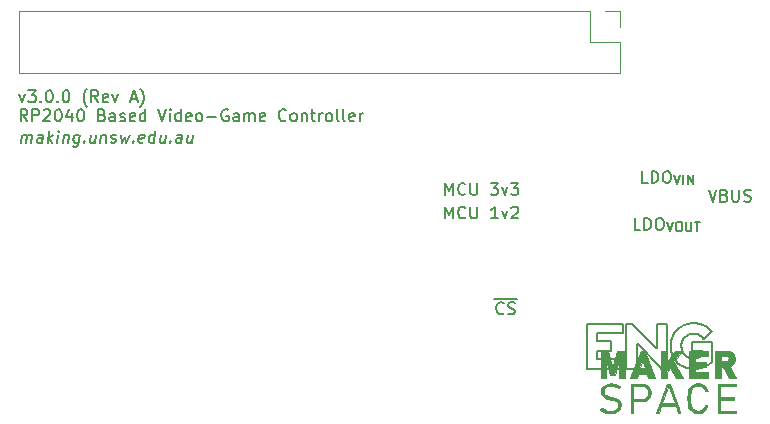
<source format=gbr>
%TF.GenerationSoftware,KiCad,Pcbnew,(6.0.7)*%
%TF.CreationDate,2022-09-06T16:20:22+10:00*%
%TF.ProjectId,SolderingInduction,536f6c64-6572-4696-9e67-496e64756374,3.0.0*%
%TF.SameCoordinates,PX7735940PY47868c0*%
%TF.FileFunction,Legend,Top*%
%TF.FilePolarity,Positive*%
%FSLAX46Y46*%
G04 Gerber Fmt 4.6, Leading zero omitted, Abs format (unit mm)*
G04 Created by KiCad (PCBNEW (6.0.7)) date 2022-09-06 16:20:22*
%MOMM*%
%LPD*%
G01*
G04 APERTURE LIST*
%ADD10C,0.150000*%
%ADD11C,0.120000*%
%ADD12C,0.200000*%
G04 APERTURE END LIST*
D10*
X-31508453Y7472620D02*
X-31425120Y8139286D01*
X-31437024Y8044048D02*
X-31383453Y8091667D01*
X-31282262Y8139286D01*
X-31139405Y8139286D01*
X-31050120Y8091667D01*
X-31014405Y7996429D01*
X-31079881Y7472620D01*
X-31014405Y7996429D02*
X-30954881Y8091667D01*
X-30853691Y8139286D01*
X-30710834Y8139286D01*
X-30621548Y8091667D01*
X-30585834Y7996429D01*
X-30651310Y7472620D01*
X-29746548Y7472620D02*
X-29681072Y7996429D01*
X-29716786Y8091667D01*
X-29806072Y8139286D01*
X-29996548Y8139286D01*
X-30097739Y8091667D01*
X-29740596Y7520239D02*
X-29841786Y7472620D01*
X-30079881Y7472620D01*
X-30169167Y7520239D01*
X-30204881Y7615477D01*
X-30192977Y7710715D01*
X-30133453Y7805953D01*
X-30032262Y7853572D01*
X-29794167Y7853572D01*
X-29692977Y7901191D01*
X-29270358Y7472620D02*
X-29145358Y8472620D01*
X-29127500Y7853572D02*
X-28889405Y7472620D01*
X-28806072Y8139286D02*
X-29234643Y7758334D01*
X-28460834Y7472620D02*
X-28377500Y8139286D01*
X-28335834Y8472620D02*
X-28389405Y8425000D01*
X-28347739Y8377381D01*
X-28294167Y8425000D01*
X-28335834Y8472620D01*
X-28347739Y8377381D01*
X-27901310Y8139286D02*
X-27984643Y7472620D01*
X-27913215Y8044048D02*
X-27859643Y8091667D01*
X-27758453Y8139286D01*
X-27615596Y8139286D01*
X-27526310Y8091667D01*
X-27490596Y7996429D01*
X-27556072Y7472620D01*
X-26567977Y8139286D02*
X-26669167Y7329762D01*
X-26728691Y7234524D01*
X-26782262Y7186905D01*
X-26883453Y7139286D01*
X-27026310Y7139286D01*
X-27115596Y7186905D01*
X-26645358Y7520239D02*
X-26746548Y7472620D01*
X-26937024Y7472620D01*
X-27026310Y7520239D01*
X-27067977Y7567858D01*
X-27103691Y7663096D01*
X-27067977Y7948810D01*
X-27008453Y8044048D01*
X-26954881Y8091667D01*
X-26853691Y8139286D01*
X-26663215Y8139286D01*
X-26573929Y8091667D01*
X-26163215Y7567858D02*
X-26121548Y7520239D01*
X-26175120Y7472620D01*
X-26216786Y7520239D01*
X-26163215Y7567858D01*
X-26175120Y7472620D01*
X-25187024Y8139286D02*
X-25270358Y7472620D01*
X-25615596Y8139286D02*
X-25681072Y7615477D01*
X-25645358Y7520239D01*
X-25556072Y7472620D01*
X-25413215Y7472620D01*
X-25312024Y7520239D01*
X-25258453Y7567858D01*
X-24710834Y8139286D02*
X-24794167Y7472620D01*
X-24722739Y8044048D02*
X-24669167Y8091667D01*
X-24567977Y8139286D01*
X-24425120Y8139286D01*
X-24335834Y8091667D01*
X-24300120Y7996429D01*
X-24365596Y7472620D01*
X-23931072Y7520239D02*
X-23841786Y7472620D01*
X-23651310Y7472620D01*
X-23550120Y7520239D01*
X-23490596Y7615477D01*
X-23484643Y7663096D01*
X-23520358Y7758334D01*
X-23609643Y7805953D01*
X-23752500Y7805953D01*
X-23841786Y7853572D01*
X-23877500Y7948810D01*
X-23871548Y7996429D01*
X-23812024Y8091667D01*
X-23710834Y8139286D01*
X-23567977Y8139286D01*
X-23478691Y8091667D01*
X-23091786Y8139286D02*
X-22984643Y7472620D01*
X-22734643Y7948810D01*
X-22603691Y7472620D01*
X-22329881Y8139286D01*
X-22020358Y7567858D02*
X-21978691Y7520239D01*
X-22032262Y7472620D01*
X-22073929Y7520239D01*
X-22020358Y7567858D01*
X-22032262Y7472620D01*
X-21169167Y7520239D02*
X-21270358Y7472620D01*
X-21460834Y7472620D01*
X-21550120Y7520239D01*
X-21585834Y7615477D01*
X-21538215Y7996429D01*
X-21478691Y8091667D01*
X-21377500Y8139286D01*
X-21187024Y8139286D01*
X-21097739Y8091667D01*
X-21062024Y7996429D01*
X-21073929Y7901191D01*
X-21562024Y7805953D01*
X-20270358Y7472620D02*
X-20145358Y8472620D01*
X-20264405Y7520239D02*
X-20365596Y7472620D01*
X-20556072Y7472620D01*
X-20645358Y7520239D01*
X-20687024Y7567858D01*
X-20722739Y7663096D01*
X-20687024Y7948810D01*
X-20627500Y8044048D01*
X-20573929Y8091667D01*
X-20472739Y8139286D01*
X-20282262Y8139286D01*
X-20192977Y8091667D01*
X-19282262Y8139286D02*
X-19365596Y7472620D01*
X-19710834Y8139286D02*
X-19776310Y7615477D01*
X-19740596Y7520239D01*
X-19651310Y7472620D01*
X-19508453Y7472620D01*
X-19407262Y7520239D01*
X-19353691Y7567858D01*
X-18877500Y7567858D02*
X-18835834Y7520239D01*
X-18889405Y7472620D01*
X-18931072Y7520239D01*
X-18877500Y7567858D01*
X-18889405Y7472620D01*
X-17984643Y7472620D02*
X-17919167Y7996429D01*
X-17954881Y8091667D01*
X-18044167Y8139286D01*
X-18234643Y8139286D01*
X-18335834Y8091667D01*
X-17978691Y7520239D02*
X-18079881Y7472620D01*
X-18317977Y7472620D01*
X-18407262Y7520239D01*
X-18442977Y7615477D01*
X-18431072Y7710715D01*
X-18371548Y7805953D01*
X-18270358Y7853572D01*
X-18032262Y7853572D01*
X-17931072Y7901191D01*
X-16996548Y8139286D02*
X-17079881Y7472620D01*
X-17425120Y8139286D02*
X-17490596Y7615477D01*
X-17454881Y7520239D01*
X-17365596Y7472620D01*
X-17222739Y7472620D01*
X-17121548Y7520239D01*
X-17067977Y7567858D01*
X-31659643Y11569286D02*
X-31421548Y10902620D01*
X-31183453Y11569286D01*
X-30897739Y11902620D02*
X-30278691Y11902620D01*
X-30612024Y11521667D01*
X-30469167Y11521667D01*
X-30373929Y11474048D01*
X-30326310Y11426429D01*
X-30278691Y11331191D01*
X-30278691Y11093096D01*
X-30326310Y10997858D01*
X-30373929Y10950239D01*
X-30469167Y10902620D01*
X-30754881Y10902620D01*
X-30850120Y10950239D01*
X-30897739Y10997858D01*
X-29850120Y10997858D02*
X-29802500Y10950239D01*
X-29850120Y10902620D01*
X-29897739Y10950239D01*
X-29850120Y10997858D01*
X-29850120Y10902620D01*
X-29183453Y11902620D02*
X-29088215Y11902620D01*
X-28992977Y11855000D01*
X-28945358Y11807381D01*
X-28897739Y11712143D01*
X-28850120Y11521667D01*
X-28850120Y11283572D01*
X-28897739Y11093096D01*
X-28945358Y10997858D01*
X-28992977Y10950239D01*
X-29088215Y10902620D01*
X-29183453Y10902620D01*
X-29278691Y10950239D01*
X-29326310Y10997858D01*
X-29373929Y11093096D01*
X-29421548Y11283572D01*
X-29421548Y11521667D01*
X-29373929Y11712143D01*
X-29326310Y11807381D01*
X-29278691Y11855000D01*
X-29183453Y11902620D01*
X-28421548Y10997858D02*
X-28373929Y10950239D01*
X-28421548Y10902620D01*
X-28469167Y10950239D01*
X-28421548Y10997858D01*
X-28421548Y10902620D01*
X-27754881Y11902620D02*
X-27659643Y11902620D01*
X-27564405Y11855000D01*
X-27516786Y11807381D01*
X-27469167Y11712143D01*
X-27421548Y11521667D01*
X-27421548Y11283572D01*
X-27469167Y11093096D01*
X-27516786Y10997858D01*
X-27564405Y10950239D01*
X-27659643Y10902620D01*
X-27754881Y10902620D01*
X-27850120Y10950239D01*
X-27897739Y10997858D01*
X-27945358Y11093096D01*
X-27992977Y11283572D01*
X-27992977Y11521667D01*
X-27945358Y11712143D01*
X-27897739Y11807381D01*
X-27850120Y11855000D01*
X-27754881Y11902620D01*
X-25945358Y10521667D02*
X-25992977Y10569286D01*
X-26088215Y10712143D01*
X-26135834Y10807381D01*
X-26183453Y10950239D01*
X-26231072Y11188334D01*
X-26231072Y11378810D01*
X-26183453Y11616905D01*
X-26135834Y11759762D01*
X-26088215Y11855000D01*
X-25992977Y11997858D01*
X-25945358Y12045477D01*
X-24992977Y10902620D02*
X-25326310Y11378810D01*
X-25564405Y10902620D02*
X-25564405Y11902620D01*
X-25183453Y11902620D01*
X-25088215Y11855000D01*
X-25040596Y11807381D01*
X-24992977Y11712143D01*
X-24992977Y11569286D01*
X-25040596Y11474048D01*
X-25088215Y11426429D01*
X-25183453Y11378810D01*
X-25564405Y11378810D01*
X-24183453Y10950239D02*
X-24278691Y10902620D01*
X-24469167Y10902620D01*
X-24564405Y10950239D01*
X-24612024Y11045477D01*
X-24612024Y11426429D01*
X-24564405Y11521667D01*
X-24469167Y11569286D01*
X-24278691Y11569286D01*
X-24183453Y11521667D01*
X-24135834Y11426429D01*
X-24135834Y11331191D01*
X-24612024Y11235953D01*
X-23802500Y11569286D02*
X-23564405Y10902620D01*
X-23326310Y11569286D01*
X-22231072Y11188334D02*
X-21754881Y11188334D01*
X-22326310Y10902620D02*
X-21992977Y11902620D01*
X-21659643Y10902620D01*
X-21421548Y10521667D02*
X-21373929Y10569286D01*
X-21278691Y10712143D01*
X-21231072Y10807381D01*
X-21183453Y10950239D01*
X-21135834Y11188334D01*
X-21135834Y11378810D01*
X-21183453Y11616905D01*
X-21231072Y11759762D01*
X-21278691Y11855000D01*
X-21373929Y11997858D01*
X-21421548Y12045477D01*
X-30992977Y9292620D02*
X-31326310Y9768810D01*
X-31564405Y9292620D02*
X-31564405Y10292620D01*
X-31183453Y10292620D01*
X-31088215Y10245000D01*
X-31040596Y10197381D01*
X-30992977Y10102143D01*
X-30992977Y9959286D01*
X-31040596Y9864048D01*
X-31088215Y9816429D01*
X-31183453Y9768810D01*
X-31564405Y9768810D01*
X-30564405Y9292620D02*
X-30564405Y10292620D01*
X-30183453Y10292620D01*
X-30088215Y10245000D01*
X-30040596Y10197381D01*
X-29992977Y10102143D01*
X-29992977Y9959286D01*
X-30040596Y9864048D01*
X-30088215Y9816429D01*
X-30183453Y9768810D01*
X-30564405Y9768810D01*
X-29612024Y10197381D02*
X-29564405Y10245000D01*
X-29469167Y10292620D01*
X-29231072Y10292620D01*
X-29135834Y10245000D01*
X-29088215Y10197381D01*
X-29040596Y10102143D01*
X-29040596Y10006905D01*
X-29088215Y9864048D01*
X-29659643Y9292620D01*
X-29040596Y9292620D01*
X-28421548Y10292620D02*
X-28326310Y10292620D01*
X-28231072Y10245000D01*
X-28183453Y10197381D01*
X-28135834Y10102143D01*
X-28088215Y9911667D01*
X-28088215Y9673572D01*
X-28135834Y9483096D01*
X-28183453Y9387858D01*
X-28231072Y9340239D01*
X-28326310Y9292620D01*
X-28421548Y9292620D01*
X-28516786Y9340239D01*
X-28564405Y9387858D01*
X-28612024Y9483096D01*
X-28659643Y9673572D01*
X-28659643Y9911667D01*
X-28612024Y10102143D01*
X-28564405Y10197381D01*
X-28516786Y10245000D01*
X-28421548Y10292620D01*
X-27231072Y9959286D02*
X-27231072Y9292620D01*
X-27469167Y10340239D02*
X-27707262Y9625953D01*
X-27088215Y9625953D01*
X-26516786Y10292620D02*
X-26421548Y10292620D01*
X-26326310Y10245000D01*
X-26278691Y10197381D01*
X-26231072Y10102143D01*
X-26183453Y9911667D01*
X-26183453Y9673572D01*
X-26231072Y9483096D01*
X-26278691Y9387858D01*
X-26326310Y9340239D01*
X-26421548Y9292620D01*
X-26516786Y9292620D01*
X-26612024Y9340239D01*
X-26659643Y9387858D01*
X-26707262Y9483096D01*
X-26754881Y9673572D01*
X-26754881Y9911667D01*
X-26707262Y10102143D01*
X-26659643Y10197381D01*
X-26612024Y10245000D01*
X-26516786Y10292620D01*
X-24659643Y9816429D02*
X-24516786Y9768810D01*
X-24469167Y9721191D01*
X-24421548Y9625953D01*
X-24421548Y9483096D01*
X-24469167Y9387858D01*
X-24516786Y9340239D01*
X-24612024Y9292620D01*
X-24992977Y9292620D01*
X-24992977Y10292620D01*
X-24659643Y10292620D01*
X-24564405Y10245000D01*
X-24516786Y10197381D01*
X-24469167Y10102143D01*
X-24469167Y10006905D01*
X-24516786Y9911667D01*
X-24564405Y9864048D01*
X-24659643Y9816429D01*
X-24992977Y9816429D01*
X-23564405Y9292620D02*
X-23564405Y9816429D01*
X-23612024Y9911667D01*
X-23707262Y9959286D01*
X-23897739Y9959286D01*
X-23992977Y9911667D01*
X-23564405Y9340239D02*
X-23659643Y9292620D01*
X-23897739Y9292620D01*
X-23992977Y9340239D01*
X-24040596Y9435477D01*
X-24040596Y9530715D01*
X-23992977Y9625953D01*
X-23897739Y9673572D01*
X-23659643Y9673572D01*
X-23564405Y9721191D01*
X-23135834Y9340239D02*
X-23040596Y9292620D01*
X-22850120Y9292620D01*
X-22754881Y9340239D01*
X-22707262Y9435477D01*
X-22707262Y9483096D01*
X-22754881Y9578334D01*
X-22850120Y9625953D01*
X-22992977Y9625953D01*
X-23088215Y9673572D01*
X-23135834Y9768810D01*
X-23135834Y9816429D01*
X-23088215Y9911667D01*
X-22992977Y9959286D01*
X-22850120Y9959286D01*
X-22754881Y9911667D01*
X-21897739Y9340239D02*
X-21992977Y9292620D01*
X-22183453Y9292620D01*
X-22278691Y9340239D01*
X-22326310Y9435477D01*
X-22326310Y9816429D01*
X-22278691Y9911667D01*
X-22183453Y9959286D01*
X-21992977Y9959286D01*
X-21897739Y9911667D01*
X-21850120Y9816429D01*
X-21850120Y9721191D01*
X-22326310Y9625953D01*
X-20992977Y9292620D02*
X-20992977Y10292620D01*
X-20992977Y9340239D02*
X-21088215Y9292620D01*
X-21278691Y9292620D01*
X-21373929Y9340239D01*
X-21421548Y9387858D01*
X-21469167Y9483096D01*
X-21469167Y9768810D01*
X-21421548Y9864048D01*
X-21373929Y9911667D01*
X-21278691Y9959286D01*
X-21088215Y9959286D01*
X-20992977Y9911667D01*
X-19897739Y10292620D02*
X-19564405Y9292620D01*
X-19231072Y10292620D01*
X-18897739Y9292620D02*
X-18897739Y9959286D01*
X-18897739Y10292620D02*
X-18945358Y10245000D01*
X-18897739Y10197381D01*
X-18850120Y10245000D01*
X-18897739Y10292620D01*
X-18897739Y10197381D01*
X-17992977Y9292620D02*
X-17992977Y10292620D01*
X-17992977Y9340239D02*
X-18088215Y9292620D01*
X-18278691Y9292620D01*
X-18373929Y9340239D01*
X-18421548Y9387858D01*
X-18469167Y9483096D01*
X-18469167Y9768810D01*
X-18421548Y9864048D01*
X-18373929Y9911667D01*
X-18278691Y9959286D01*
X-18088215Y9959286D01*
X-17992977Y9911667D01*
X-17135834Y9340239D02*
X-17231072Y9292620D01*
X-17421548Y9292620D01*
X-17516786Y9340239D01*
X-17564405Y9435477D01*
X-17564405Y9816429D01*
X-17516786Y9911667D01*
X-17421548Y9959286D01*
X-17231072Y9959286D01*
X-17135834Y9911667D01*
X-17088215Y9816429D01*
X-17088215Y9721191D01*
X-17564405Y9625953D01*
X-16516786Y9292620D02*
X-16612024Y9340239D01*
X-16659643Y9387858D01*
X-16707262Y9483096D01*
X-16707262Y9768810D01*
X-16659643Y9864048D01*
X-16612024Y9911667D01*
X-16516786Y9959286D01*
X-16373929Y9959286D01*
X-16278691Y9911667D01*
X-16231072Y9864048D01*
X-16183453Y9768810D01*
X-16183453Y9483096D01*
X-16231072Y9387858D01*
X-16278691Y9340239D01*
X-16373929Y9292620D01*
X-16516786Y9292620D01*
X-15754881Y9673572D02*
X-14992977Y9673572D01*
X-13992977Y10245000D02*
X-14088215Y10292620D01*
X-14231072Y10292620D01*
X-14373929Y10245000D01*
X-14469167Y10149762D01*
X-14516786Y10054524D01*
X-14564405Y9864048D01*
X-14564405Y9721191D01*
X-14516786Y9530715D01*
X-14469167Y9435477D01*
X-14373929Y9340239D01*
X-14231072Y9292620D01*
X-14135834Y9292620D01*
X-13992977Y9340239D01*
X-13945358Y9387858D01*
X-13945358Y9721191D01*
X-14135834Y9721191D01*
X-13088215Y9292620D02*
X-13088215Y9816429D01*
X-13135834Y9911667D01*
X-13231072Y9959286D01*
X-13421548Y9959286D01*
X-13516786Y9911667D01*
X-13088215Y9340239D02*
X-13183453Y9292620D01*
X-13421548Y9292620D01*
X-13516786Y9340239D01*
X-13564405Y9435477D01*
X-13564405Y9530715D01*
X-13516786Y9625953D01*
X-13421548Y9673572D01*
X-13183453Y9673572D01*
X-13088215Y9721191D01*
X-12612024Y9292620D02*
X-12612024Y9959286D01*
X-12612024Y9864048D02*
X-12564405Y9911667D01*
X-12469167Y9959286D01*
X-12326310Y9959286D01*
X-12231072Y9911667D01*
X-12183453Y9816429D01*
X-12183453Y9292620D01*
X-12183453Y9816429D02*
X-12135834Y9911667D01*
X-12040596Y9959286D01*
X-11897739Y9959286D01*
X-11802500Y9911667D01*
X-11754881Y9816429D01*
X-11754881Y9292620D01*
X-10897739Y9340239D02*
X-10992977Y9292620D01*
X-11183453Y9292620D01*
X-11278691Y9340239D01*
X-11326310Y9435477D01*
X-11326310Y9816429D01*
X-11278691Y9911667D01*
X-11183453Y9959286D01*
X-10992977Y9959286D01*
X-10897739Y9911667D01*
X-10850120Y9816429D01*
X-10850120Y9721191D01*
X-11326310Y9625953D01*
X-9088215Y9387858D02*
X-9135834Y9340239D01*
X-9278691Y9292620D01*
X-9373929Y9292620D01*
X-9516786Y9340239D01*
X-9612024Y9435477D01*
X-9659643Y9530715D01*
X-9707262Y9721191D01*
X-9707262Y9864048D01*
X-9659643Y10054524D01*
X-9612024Y10149762D01*
X-9516786Y10245000D01*
X-9373929Y10292620D01*
X-9278691Y10292620D01*
X-9135834Y10245000D01*
X-9088215Y10197381D01*
X-8516786Y9292620D02*
X-8612024Y9340239D01*
X-8659643Y9387858D01*
X-8707262Y9483096D01*
X-8707262Y9768810D01*
X-8659643Y9864048D01*
X-8612024Y9911667D01*
X-8516786Y9959286D01*
X-8373929Y9959286D01*
X-8278691Y9911667D01*
X-8231072Y9864048D01*
X-8183453Y9768810D01*
X-8183453Y9483096D01*
X-8231072Y9387858D01*
X-8278691Y9340239D01*
X-8373929Y9292620D01*
X-8516786Y9292620D01*
X-7754881Y9959286D02*
X-7754881Y9292620D01*
X-7754881Y9864048D02*
X-7707262Y9911667D01*
X-7612024Y9959286D01*
X-7469167Y9959286D01*
X-7373929Y9911667D01*
X-7326310Y9816429D01*
X-7326310Y9292620D01*
X-6992977Y9959286D02*
X-6612024Y9959286D01*
X-6850120Y10292620D02*
X-6850120Y9435477D01*
X-6802500Y9340239D01*
X-6707262Y9292620D01*
X-6612024Y9292620D01*
X-6278691Y9292620D02*
X-6278691Y9959286D01*
X-6278691Y9768810D02*
X-6231072Y9864048D01*
X-6183453Y9911667D01*
X-6088215Y9959286D01*
X-5992977Y9959286D01*
X-5516786Y9292620D02*
X-5612024Y9340239D01*
X-5659643Y9387858D01*
X-5707262Y9483096D01*
X-5707262Y9768810D01*
X-5659643Y9864048D01*
X-5612024Y9911667D01*
X-5516786Y9959286D01*
X-5373929Y9959286D01*
X-5278691Y9911667D01*
X-5231072Y9864048D01*
X-5183453Y9768810D01*
X-5183453Y9483096D01*
X-5231072Y9387858D01*
X-5278691Y9340239D01*
X-5373929Y9292620D01*
X-5516786Y9292620D01*
X-4612024Y9292620D02*
X-4707262Y9340239D01*
X-4754881Y9435477D01*
X-4754881Y10292620D01*
X-4088215Y9292620D02*
X-4183453Y9340239D01*
X-4231072Y9435477D01*
X-4231072Y10292620D01*
X-3326310Y9340239D02*
X-3421548Y9292620D01*
X-3612024Y9292620D01*
X-3707262Y9340239D01*
X-3754881Y9435477D01*
X-3754881Y9816429D01*
X-3707262Y9911667D01*
X-3612024Y9959286D01*
X-3421548Y9959286D01*
X-3326310Y9911667D01*
X-3278691Y9816429D01*
X-3278691Y9721191D01*
X-3754881Y9625953D01*
X-2850120Y9292620D02*
X-2850120Y9959286D01*
X-2850120Y9768810D02*
X-2802501Y9864048D01*
X-2754881Y9911667D01*
X-2659643Y9959286D01*
X-2564405Y9959286D01*
%TO.C,TP2*%
X4378571Y1047620D02*
X4378571Y2047620D01*
X4711904Y1333334D01*
X5045238Y2047620D01*
X5045238Y1047620D01*
X6092857Y1142858D02*
X6045238Y1095239D01*
X5902380Y1047620D01*
X5807142Y1047620D01*
X5664285Y1095239D01*
X5569047Y1190477D01*
X5521428Y1285715D01*
X5473809Y1476191D01*
X5473809Y1619048D01*
X5521428Y1809524D01*
X5569047Y1904762D01*
X5664285Y2000000D01*
X5807142Y2047620D01*
X5902380Y2047620D01*
X6045238Y2000000D01*
X6092857Y1952381D01*
X6521428Y2047620D02*
X6521428Y1238096D01*
X6569047Y1142858D01*
X6616666Y1095239D01*
X6711904Y1047620D01*
X6902380Y1047620D01*
X6997619Y1095239D01*
X7045238Y1142858D01*
X7092857Y1238096D01*
X7092857Y2047620D01*
X8854761Y1047620D02*
X8283333Y1047620D01*
X8569047Y1047620D02*
X8569047Y2047620D01*
X8473809Y1904762D01*
X8378571Y1809524D01*
X8283333Y1761905D01*
X9188095Y1714286D02*
X9426190Y1047620D01*
X9664285Y1714286D01*
X9997619Y1952381D02*
X10045238Y2000000D01*
X10140476Y2047620D01*
X10378571Y2047620D01*
X10473809Y2000000D01*
X10521428Y1952381D01*
X10569047Y1857143D01*
X10569047Y1761905D01*
X10521428Y1619048D01*
X9950000Y1047620D01*
X10569047Y1047620D01*
%TO.C,TP10*%
X21533333Y4047620D02*
X21057142Y4047620D01*
X21057142Y5047620D01*
X21866666Y4047620D02*
X21866666Y5047620D01*
X22104761Y5047620D01*
X22247619Y5000000D01*
X22342857Y4904762D01*
X22390476Y4809524D01*
X22438095Y4619048D01*
X22438095Y4476191D01*
X22390476Y4285715D01*
X22342857Y4190477D01*
X22247619Y4095239D01*
X22104761Y4047620D01*
X21866666Y4047620D01*
X23057142Y5047620D02*
X23247619Y5047620D01*
X23342857Y5000000D01*
X23438095Y4904762D01*
X23485714Y4714286D01*
X23485714Y4380953D01*
X23438095Y4190477D01*
X23342857Y4095239D01*
X23247619Y4047620D01*
X23057142Y4047620D01*
X22961904Y4095239D01*
X22866666Y4190477D01*
X22819047Y4380953D01*
X22819047Y4714286D01*
X22866666Y4904762D01*
X22961904Y5000000D01*
X23057142Y5047620D01*
X23752380Y4738096D02*
X24019047Y3938096D01*
X24285714Y4738096D01*
X24552380Y3938096D02*
X24552380Y4738096D01*
X24933333Y3938096D02*
X24933333Y4738096D01*
X25390476Y3938096D01*
X25390476Y4738096D01*
%TO.C,TP9*%
X20925000Y72620D02*
X20448809Y72620D01*
X20448809Y1072620D01*
X21258333Y72620D02*
X21258333Y1072620D01*
X21496428Y1072620D01*
X21639285Y1025000D01*
X21734523Y929762D01*
X21782142Y834524D01*
X21829761Y644048D01*
X21829761Y501191D01*
X21782142Y310715D01*
X21734523Y215477D01*
X21639285Y120239D01*
X21496428Y72620D01*
X21258333Y72620D01*
X22448809Y1072620D02*
X22639285Y1072620D01*
X22734523Y1025000D01*
X22829761Y929762D01*
X22877380Y739286D01*
X22877380Y405953D01*
X22829761Y215477D01*
X22734523Y120239D01*
X22639285Y72620D01*
X22448809Y72620D01*
X22353571Y120239D01*
X22258333Y215477D01*
X22210714Y405953D01*
X22210714Y739286D01*
X22258333Y929762D01*
X22353571Y1025000D01*
X22448809Y1072620D01*
X23144047Y763096D02*
X23410714Y-36904D01*
X23677380Y763096D01*
X24096428Y763096D02*
X24248809Y763096D01*
X24325000Y725000D01*
X24401190Y648810D01*
X24439285Y496429D01*
X24439285Y229762D01*
X24401190Y77381D01*
X24325000Y1191D01*
X24248809Y-36904D01*
X24096428Y-36904D01*
X24020238Y1191D01*
X23944047Y77381D01*
X23905952Y229762D01*
X23905952Y496429D01*
X23944047Y648810D01*
X24020238Y725000D01*
X24096428Y763096D01*
X24782142Y763096D02*
X24782142Y115477D01*
X24820238Y39286D01*
X24858333Y1191D01*
X24934523Y-36904D01*
X25086904Y-36904D01*
X25163095Y1191D01*
X25201190Y39286D01*
X25239285Y115477D01*
X25239285Y763096D01*
X25505952Y763096D02*
X25963095Y763096D01*
X25734523Y-36904D02*
X25734523Y763096D01*
%TO.C,TP1*%
X4378571Y3047620D02*
X4378571Y4047620D01*
X4711904Y3333334D01*
X5045238Y4047620D01*
X5045238Y3047620D01*
X6092857Y3142858D02*
X6045238Y3095239D01*
X5902380Y3047620D01*
X5807142Y3047620D01*
X5664285Y3095239D01*
X5569047Y3190477D01*
X5521428Y3285715D01*
X5473809Y3476191D01*
X5473809Y3619048D01*
X5521428Y3809524D01*
X5569047Y3904762D01*
X5664285Y4000000D01*
X5807142Y4047620D01*
X5902380Y4047620D01*
X6045238Y4000000D01*
X6092857Y3952381D01*
X6521428Y4047620D02*
X6521428Y3238096D01*
X6569047Y3142858D01*
X6616666Y3095239D01*
X6711904Y3047620D01*
X6902380Y3047620D01*
X6997619Y3095239D01*
X7045238Y3142858D01*
X7092857Y3238096D01*
X7092857Y4047620D01*
X8235714Y4047620D02*
X8854761Y4047620D01*
X8521428Y3666667D01*
X8664285Y3666667D01*
X8759523Y3619048D01*
X8807142Y3571429D01*
X8854761Y3476191D01*
X8854761Y3238096D01*
X8807142Y3142858D01*
X8759523Y3095239D01*
X8664285Y3047620D01*
X8378571Y3047620D01*
X8283333Y3095239D01*
X8235714Y3142858D01*
X9188095Y3714286D02*
X9426190Y3047620D01*
X9664285Y3714286D01*
X9950000Y4047620D02*
X10569047Y4047620D01*
X10235714Y3666667D01*
X10378571Y3666667D01*
X10473809Y3619048D01*
X10521428Y3571429D01*
X10569047Y3476191D01*
X10569047Y3238096D01*
X10521428Y3142858D01*
X10473809Y3095239D01*
X10378571Y3047620D01*
X10092857Y3047620D01*
X9997619Y3095239D01*
X9950000Y3142858D01*
%TO.C,TP8*%
X26691666Y3472620D02*
X27025000Y2472620D01*
X27358333Y3472620D01*
X28025000Y2996429D02*
X28167857Y2948810D01*
X28215476Y2901191D01*
X28263095Y2805953D01*
X28263095Y2663096D01*
X28215476Y2567858D01*
X28167857Y2520239D01*
X28072619Y2472620D01*
X27691666Y2472620D01*
X27691666Y3472620D01*
X28025000Y3472620D01*
X28120238Y3425000D01*
X28167857Y3377381D01*
X28215476Y3282143D01*
X28215476Y3186905D01*
X28167857Y3091667D01*
X28120238Y3044048D01*
X28025000Y2996429D01*
X27691666Y2996429D01*
X28691666Y3472620D02*
X28691666Y2663096D01*
X28739285Y2567858D01*
X28786904Y2520239D01*
X28882142Y2472620D01*
X29072619Y2472620D01*
X29167857Y2520239D01*
X29215476Y2567858D01*
X29263095Y2663096D01*
X29263095Y3472620D01*
X29691666Y2520239D02*
X29834523Y2472620D01*
X30072619Y2472620D01*
X30167857Y2520239D01*
X30215476Y2567858D01*
X30263095Y2663096D01*
X30263095Y2758334D01*
X30215476Y2853572D01*
X30167857Y2901191D01*
X30072619Y2948810D01*
X29882142Y2996429D01*
X29786904Y3044048D01*
X29739285Y3091667D01*
X29691666Y3186905D01*
X29691666Y3282143D01*
X29739285Y3377381D01*
X29786904Y3425000D01*
X29882142Y3472620D01*
X30120238Y3472620D01*
X30263095Y3425000D01*
%TO.C,TP12*%
X8523809Y-5770000D02*
X9523809Y-5770000D01*
X9333333Y-6957142D02*
X9285714Y-7004761D01*
X9142857Y-7052380D01*
X9047619Y-7052380D01*
X8904761Y-7004761D01*
X8809523Y-6909523D01*
X8761904Y-6814285D01*
X8714285Y-6623809D01*
X8714285Y-6480952D01*
X8761904Y-6290476D01*
X8809523Y-6195238D01*
X8904761Y-6100000D01*
X9047619Y-6052380D01*
X9142857Y-6052380D01*
X9285714Y-6100000D01*
X9333333Y-6147619D01*
X9523809Y-5770000D02*
X10476190Y-5770000D01*
X9714285Y-7004761D02*
X9857142Y-7052380D01*
X10095238Y-7052380D01*
X10190476Y-7004761D01*
X10238095Y-6957142D01*
X10285714Y-6861904D01*
X10285714Y-6766666D01*
X10238095Y-6671428D01*
X10190476Y-6623809D01*
X10095238Y-6576190D01*
X9904761Y-6528571D01*
X9809523Y-6480952D01*
X9761904Y-6433333D01*
X9714285Y-6338095D01*
X9714285Y-6242857D01*
X9761904Y-6147619D01*
X9809523Y-6100000D01*
X9904761Y-6052380D01*
X10142857Y-6052380D01*
X10285714Y-6100000D01*
D11*
%TO.C,J3*%
X19230000Y13405000D02*
X-31690000Y13405000D01*
X16630000Y18605000D02*
X-31690000Y18605000D01*
X19230000Y16005000D02*
X19230000Y13405000D01*
X-31690000Y18605000D02*
X-31690000Y13405000D01*
X16630000Y18605000D02*
X16630000Y16005000D01*
X17900000Y18605000D02*
X19230000Y18605000D01*
X16630000Y16005000D02*
X19230000Y16005000D01*
X19230000Y18605000D02*
X19230000Y17275000D01*
%TO.C,REF\u002A\u002A*%
X28320017Y-10658011D02*
X28353350Y-10712181D01*
X28378350Y-10808011D01*
X28370017Y-10933011D01*
X28332550Y-11016351D01*
X28286683Y-11053851D01*
X28240883Y-11062181D01*
X27728350Y-11062181D01*
X27728350Y-10633011D01*
X28282550Y-10633011D01*
X28320017Y-10658011D01*
D12*
X25569220Y-7832311D02*
X25685020Y-7842541D01*
X25800020Y-7859481D01*
X25913820Y-7883071D01*
X26026020Y-7913231D01*
X26136350Y-7949861D01*
X26244280Y-7992831D01*
X26349620Y-8042011D01*
X26451880Y-8097211D01*
X26550750Y-8158261D01*
X26645950Y-8224961D01*
X26737080Y-8297071D01*
X26823880Y-8374351D01*
X26906080Y-8456541D01*
X26945020Y-8499681D01*
X26261680Y-9149681D01*
X26237350Y-9115951D01*
X26184080Y-9052041D01*
X26126020Y-8992511D01*
X26063350Y-8937761D01*
X25996620Y-8888111D01*
X25926150Y-8843881D01*
X25852480Y-8805341D01*
X25775950Y-8772731D01*
X25697080Y-8746261D01*
X25616350Y-8726091D01*
X25534350Y-8712331D01*
X25451480Y-8705091D01*
X25368280Y-8704411D01*
X25285280Y-8710291D01*
X25203080Y-8722681D01*
X25122020Y-8741531D01*
X25042750Y-8766701D01*
X24965680Y-8798051D01*
X24928350Y-8816351D01*
X24892420Y-8834351D01*
X24823480Y-8875551D01*
X24758220Y-8922411D01*
X24697150Y-8974591D01*
X24640680Y-9031731D01*
X24589220Y-9093411D01*
X24543080Y-9159211D01*
X24502680Y-9228651D01*
X24468280Y-9301241D01*
X24440080Y-9376471D01*
X24418350Y-9453801D01*
X24403150Y-9532691D01*
X24394680Y-9612581D01*
X24392880Y-9692901D01*
X24395020Y-9733011D01*
X24393620Y-9773591D01*
X24396350Y-9854751D01*
X24405480Y-9935451D01*
X24420950Y-10015171D01*
X24442550Y-10093441D01*
X24470280Y-10169771D01*
X24503880Y-10243691D01*
X24543220Y-10314741D01*
X24588020Y-10382491D01*
X24637950Y-10446511D01*
X24692820Y-10506411D01*
X24752150Y-10561831D01*
X24815680Y-10612421D01*
X24882950Y-10657871D01*
X24953620Y-10697891D01*
X25027220Y-10732251D01*
X25103280Y-10760731D01*
X25181280Y-10783151D01*
X25260880Y-10799371D01*
X25341480Y-10809301D01*
X25422620Y-10812871D01*
X25503750Y-10810071D01*
X25584420Y-10800911D01*
X25664150Y-10785441D01*
X25742420Y-10763761D01*
X25818750Y-10736011D01*
X25892620Y-10702351D01*
X25928350Y-10683011D01*
X26111680Y-10599681D01*
X26245020Y-10149681D01*
X25311680Y-10149681D01*
X25311680Y-9383011D01*
X26995020Y-9383011D01*
X26995020Y-11049681D01*
X26951350Y-11092791D01*
X26859880Y-11174591D01*
X26763950Y-11251121D01*
X26663880Y-11322131D01*
X26559950Y-11387401D01*
X26452550Y-11446721D01*
X26341950Y-11499911D01*
X26228550Y-11546781D01*
X26112680Y-11587201D01*
X25994750Y-11621041D01*
X25875080Y-11648191D01*
X25754080Y-11668561D01*
X25632150Y-11682091D01*
X25509620Y-11688751D01*
X25386880Y-11688491D01*
X25264350Y-11681331D01*
X25142480Y-11667291D01*
X25021550Y-11646421D01*
X24961680Y-11633011D01*
X24908620Y-11622471D01*
X24803680Y-11595911D01*
X24700480Y-11563191D01*
X24599480Y-11524411D01*
X24500880Y-11479731D01*
X24405150Y-11429291D01*
X24312480Y-11373271D01*
X24223350Y-11311871D01*
X24138020Y-11245291D01*
X24056820Y-11173791D01*
X23979880Y-11097601D01*
X23907680Y-11017001D01*
X23840350Y-10932261D01*
X23778150Y-10843691D01*
X23721280Y-10751591D01*
X23670020Y-10656291D01*
X23624420Y-10558111D01*
X23584750Y-10457411D01*
X23551080Y-10354551D01*
X23523550Y-10249871D01*
X23502350Y-10143741D01*
X23487350Y-10036541D01*
X23478820Y-9928651D01*
X23476620Y-9820441D01*
X23478350Y-9766351D01*
X23476880Y-9709871D01*
X23479820Y-9596911D01*
X23489620Y-9484351D01*
X23506150Y-9372571D01*
X23529420Y-9262001D01*
X23559280Y-9153031D01*
X23595680Y-9046061D01*
X23638480Y-8941481D01*
X23687480Y-8839661D01*
X23742480Y-8740991D01*
X23803420Y-8645811D01*
X23869950Y-8554471D01*
X23941820Y-8467321D01*
X24018880Y-8384651D01*
X24100750Y-8306781D01*
X24187150Y-8233981D01*
X24277820Y-8166531D01*
X24372350Y-8104661D01*
X24470480Y-8048611D01*
X24571750Y-7998571D01*
X24675950Y-7954731D01*
X24782480Y-7917241D01*
X24891150Y-7886251D01*
X25001480Y-7861861D01*
X25113080Y-7844171D01*
X25225550Y-7833241D01*
X25338480Y-7829111D01*
X25394950Y-7830031D01*
X25453080Y-7828811D01*
X25569220Y-7832311D01*
G36*
X23161680Y-11049681D02*
G01*
X23228350Y-11049681D01*
X23811680Y-10133011D01*
X24428350Y-10133011D01*
X23778350Y-11116351D01*
X24545020Y-12449681D01*
X23945020Y-12449681D01*
X23461680Y-11599681D01*
X23411680Y-11599681D01*
X23161680Y-11933011D01*
X23161680Y-12449681D01*
X22645020Y-12449681D01*
X22645020Y-10133011D01*
X23161680Y-10133011D01*
X23161680Y-11049681D01*
G37*
D11*
X23161680Y-11049681D02*
X23228350Y-11049681D01*
X23811680Y-10133011D01*
X24428350Y-10133011D01*
X23778350Y-11116351D01*
X24545020Y-12449681D01*
X23945020Y-12449681D01*
X23461680Y-11599681D01*
X23411680Y-11599681D01*
X23161680Y-11933011D01*
X23161680Y-12449681D01*
X22645020Y-12449681D01*
X22645020Y-10133011D01*
X23161680Y-10133011D01*
X23161680Y-11049681D01*
D12*
X22245020Y-9883011D02*
X22295020Y-9883011D01*
X22295020Y-7866351D01*
X23161680Y-7866351D01*
X23161680Y-11666351D01*
X22695020Y-11666351D01*
X22595020Y-11566351D01*
X20678350Y-9616351D01*
X20628350Y-9616351D01*
X20628350Y-11666351D01*
X19728350Y-11666351D01*
X19728350Y-7866351D01*
X20228350Y-7866351D01*
X22245020Y-9883011D01*
G36*
X26611680Y-10633011D02*
G01*
X25545020Y-10633011D01*
X25545020Y-11066351D01*
X26445020Y-11066351D01*
X26445020Y-11566351D01*
X25545020Y-11566351D01*
X25545020Y-11966351D01*
X26611680Y-11966351D01*
X26611680Y-12449681D01*
X25045020Y-12449681D01*
X25045020Y-10133011D01*
X26611680Y-10133011D01*
X26611680Y-10633011D01*
G37*
D11*
X26611680Y-10633011D02*
X25545020Y-10633011D01*
X25545020Y-11066351D01*
X26445020Y-11066351D01*
X26445020Y-11566351D01*
X25545020Y-11566351D01*
X25545020Y-11966351D01*
X26611680Y-11966351D01*
X26611680Y-12449681D01*
X25045020Y-12449681D01*
X25045020Y-10133011D01*
X26611680Y-10133011D01*
X26611680Y-10633011D01*
G36*
X18545050Y-11466351D02*
G01*
X18578350Y-11466351D01*
X18961650Y-10133011D01*
X19578350Y-10133011D01*
X19578350Y-12449681D01*
X19128350Y-12449681D01*
X19128350Y-11283011D01*
X19061680Y-11283011D01*
X18761650Y-12199681D01*
X18361650Y-12199681D01*
X18061650Y-11283011D01*
X17995050Y-11283011D01*
X17995050Y-12449681D01*
X17545050Y-12449681D01*
X17545050Y-10133011D01*
X18161650Y-10133011D01*
X18545050Y-11466351D01*
G37*
X18545050Y-11466351D02*
X18578350Y-11466351D01*
X18961650Y-10133011D01*
X19578350Y-10133011D01*
X19578350Y-12449681D01*
X19128350Y-12449681D01*
X19128350Y-11283011D01*
X19061680Y-11283011D01*
X18761650Y-12199681D01*
X18361650Y-12199681D01*
X18061650Y-11283011D01*
X17995050Y-11283011D01*
X17995050Y-12449681D01*
X17545050Y-12449681D01*
X17545050Y-10133011D01*
X18161650Y-10133011D01*
X18545050Y-11466351D01*
G36*
X28411683Y-10133011D02*
G01*
X28578350Y-10216351D01*
X28661683Y-10283011D01*
X28745017Y-10366351D01*
X28828350Y-10483011D01*
X28878350Y-10599681D01*
X28895017Y-10766351D01*
X28895017Y-10966351D01*
X28878350Y-11066351D01*
X28845017Y-11183011D01*
X28778350Y-11299681D01*
X28695017Y-11399681D01*
X28628350Y-11449681D01*
X28545017Y-11499681D01*
X28511683Y-11516351D01*
X28511683Y-11549681D01*
X29028350Y-12449681D01*
X28411683Y-12449681D01*
X27928350Y-11566351D01*
X27728350Y-11566351D01*
X27728350Y-12449681D01*
X27228350Y-12449681D01*
X27228350Y-11062181D01*
X27728350Y-11062181D01*
X28240883Y-11062181D01*
X28286683Y-11053851D01*
X28332550Y-11016351D01*
X28370017Y-10933011D01*
X28378350Y-10808011D01*
X28353350Y-10712181D01*
X28320017Y-10658011D01*
X28282550Y-10633011D01*
X27728350Y-10633011D01*
X27728350Y-11062181D01*
X27228350Y-11062181D01*
X27228350Y-10133011D01*
X28411683Y-10133011D01*
G37*
X28411683Y-10133011D02*
X28578350Y-10216351D01*
X28661683Y-10283011D01*
X28745017Y-10366351D01*
X28828350Y-10483011D01*
X28878350Y-10599681D01*
X28895017Y-10766351D01*
X28895017Y-10966351D01*
X28878350Y-11066351D01*
X28845017Y-11183011D01*
X28778350Y-11299681D01*
X28695017Y-11399681D01*
X28628350Y-11449681D01*
X28545017Y-11499681D01*
X28511683Y-11516351D01*
X28511683Y-11549681D01*
X29028350Y-12449681D01*
X28411683Y-12449681D01*
X27928350Y-11566351D01*
X27728350Y-11566351D01*
X27728350Y-12449681D01*
X27228350Y-12449681D01*
X27228350Y-11062181D01*
X27728350Y-11062181D01*
X28240883Y-11062181D01*
X28286683Y-11053851D01*
X28332550Y-11016351D01*
X28370017Y-10933011D01*
X28378350Y-10808011D01*
X28353350Y-10712181D01*
X28320017Y-10658011D01*
X28282550Y-10633011D01*
X27728350Y-10633011D01*
X27728350Y-11062181D01*
X27228350Y-11062181D01*
X27228350Y-10133011D01*
X28411683Y-10133011D01*
G36*
X21645840Y-11115471D02*
G01*
X21078350Y-11116351D01*
X20895020Y-11599681D01*
X21311680Y-11599681D01*
X21128350Y-11116351D01*
X21646350Y-11116351D01*
X22145020Y-12449681D01*
X21595020Y-12449681D01*
X21465850Y-12099681D01*
X20740850Y-12099681D01*
X20611680Y-12449681D01*
X20061680Y-12449681D01*
X20945020Y-10133011D01*
X21278350Y-10133011D01*
X21645840Y-11115471D01*
G37*
X21645840Y-11115471D02*
X21078350Y-11116351D01*
X20895020Y-11599681D01*
X21311680Y-11599681D01*
X21128350Y-11116351D01*
X21646350Y-11116351D01*
X22145020Y-12449681D01*
X21595020Y-12449681D01*
X21465850Y-12099681D01*
X20740850Y-12099681D01*
X20611680Y-12449681D01*
X20061680Y-12449681D01*
X20945020Y-10133011D01*
X21278350Y-10133011D01*
X21645840Y-11115471D01*
G36*
X29028350Y-13149681D02*
G01*
X27678350Y-13149681D01*
X27678350Y-14083011D01*
X28845017Y-14083011D01*
X28845017Y-14283011D01*
X27678350Y-14283011D01*
X27678350Y-15216348D01*
X29028350Y-15216348D01*
X29028350Y-15399681D01*
X27478350Y-15399681D01*
X27478350Y-12966351D01*
X29028350Y-12966351D01*
X29028350Y-13149681D01*
G37*
X29028350Y-13149681D02*
X27678350Y-13149681D01*
X27678350Y-14083011D01*
X28845017Y-14083011D01*
X28845017Y-14283011D01*
X27678350Y-14283011D01*
X27678350Y-15216348D01*
X29028350Y-15216348D01*
X29028350Y-15399681D01*
X27478350Y-15399681D01*
X27478350Y-12966351D01*
X29028350Y-12966351D01*
X29028350Y-13149681D01*
G36*
X25877082Y-12925125D02*
G01*
X26061074Y-12968784D01*
X26230814Y-13052133D01*
X26377864Y-13171025D01*
X26494908Y-13319550D01*
X26576128Y-13490320D01*
X26599350Y-13582011D01*
X26387680Y-13582011D01*
X26363312Y-13503259D01*
X26280464Y-13360806D01*
X26164033Y-13244185D01*
X26021716Y-13161105D01*
X25862919Y-13117056D01*
X25698140Y-13114951D01*
X25538270Y-13154929D01*
X25393877Y-13234347D01*
X25274505Y-13347955D01*
X25188045Y-13488245D01*
X25161680Y-13566351D01*
X25135624Y-13866028D01*
X25134793Y-14467600D01*
X25160020Y-14767348D01*
X25184404Y-14846140D01*
X25267299Y-14988664D01*
X25383794Y-15105342D01*
X25526186Y-15188464D01*
X25685065Y-15232534D01*
X25849930Y-15234639D01*
X26009883Y-15194642D01*
X26154352Y-15115184D01*
X26273788Y-15001519D01*
X26360297Y-14861159D01*
X26386680Y-14783014D01*
X26386680Y-14783681D01*
X26598420Y-14783681D01*
X26573911Y-14874085D01*
X26491101Y-15042053D01*
X26373718Y-15187970D01*
X26227392Y-15304843D01*
X26059136Y-15387066D01*
X25877019Y-15430700D01*
X25689771Y-15433650D01*
X25506369Y-15395777D01*
X25335607Y-15318896D01*
X25185670Y-15206692D01*
X25063749Y-15064545D01*
X24975687Y-14899271D01*
X24948350Y-14809681D01*
X24919489Y-14603560D01*
X24899535Y-14187810D01*
X24922833Y-13772233D01*
X24953350Y-13566351D01*
X24978318Y-13475120D01*
X25062772Y-13305926D01*
X25182621Y-13159655D01*
X25331906Y-13043581D01*
X25503202Y-12963477D01*
X25687990Y-12923326D01*
X25877082Y-12925125D01*
G37*
X25877082Y-12925125D02*
X26061074Y-12968784D01*
X26230814Y-13052133D01*
X26377864Y-13171025D01*
X26494908Y-13319550D01*
X26576128Y-13490320D01*
X26599350Y-13582011D01*
X26387680Y-13582011D01*
X26363312Y-13503259D01*
X26280464Y-13360806D01*
X26164033Y-13244185D01*
X26021716Y-13161105D01*
X25862919Y-13117056D01*
X25698140Y-13114951D01*
X25538270Y-13154929D01*
X25393877Y-13234347D01*
X25274505Y-13347955D01*
X25188045Y-13488245D01*
X25161680Y-13566351D01*
X25135624Y-13866028D01*
X25134793Y-14467600D01*
X25160020Y-14767348D01*
X25184404Y-14846140D01*
X25267299Y-14988664D01*
X25383794Y-15105342D01*
X25526186Y-15188464D01*
X25685065Y-15232534D01*
X25849930Y-15234639D01*
X26009883Y-15194642D01*
X26154352Y-15115184D01*
X26273788Y-15001519D01*
X26360297Y-14861159D01*
X26386680Y-14783014D01*
X26386680Y-14783681D01*
X26598420Y-14783681D01*
X26573911Y-14874085D01*
X26491101Y-15042053D01*
X26373718Y-15187970D01*
X26227392Y-15304843D01*
X26059136Y-15387066D01*
X25877019Y-15430700D01*
X25689771Y-15433650D01*
X25506369Y-15395777D01*
X25335607Y-15318896D01*
X25185670Y-15206692D01*
X25063749Y-15064545D01*
X24975687Y-14899271D01*
X24948350Y-14809681D01*
X24919489Y-14603560D01*
X24899535Y-14187810D01*
X24922833Y-13772233D01*
X24953350Y-13566351D01*
X24978318Y-13475120D01*
X25062772Y-13305926D01*
X25182621Y-13159655D01*
X25331906Y-13043581D01*
X25503202Y-12963477D01*
X25687990Y-12923326D01*
X25877082Y-12925125D01*
G36*
X24311680Y-15399681D02*
G01*
X24115880Y-15399681D01*
X23895020Y-14799681D01*
X22695020Y-14799681D01*
X22478350Y-15399681D01*
X22261680Y-15399681D01*
X22554489Y-14608014D01*
X22761680Y-14608014D01*
X23828350Y-14608014D01*
X23320020Y-13208011D01*
X23270020Y-13208011D01*
X22761680Y-14608014D01*
X22554489Y-14608014D01*
X23161680Y-12966351D01*
X23428350Y-12966351D01*
X24021680Y-14608014D01*
X24165950Y-14998281D01*
X24311680Y-15399681D01*
G37*
X24311680Y-15399681D02*
X24115880Y-15399681D01*
X23895020Y-14799681D01*
X22695020Y-14799681D01*
X22478350Y-15399681D01*
X22261680Y-15399681D01*
X22554489Y-14608014D01*
X22761680Y-14608014D01*
X23828350Y-14608014D01*
X23320020Y-13208011D01*
X23270020Y-13208011D01*
X22761680Y-14608014D01*
X22554489Y-14608014D01*
X23161680Y-12966351D01*
X23428350Y-12966351D01*
X24021680Y-14608014D01*
X24165950Y-14998281D01*
X24311680Y-15399681D01*
G36*
X18611650Y-12933011D02*
G01*
X18861650Y-12999681D01*
X19078350Y-13099681D01*
X19195020Y-13166351D01*
X19078350Y-13316351D01*
X18928350Y-13249681D01*
X18828350Y-13199681D01*
X18628350Y-13133011D01*
X18545050Y-13116351D01*
X18261650Y-13116351D01*
X18111650Y-13166351D01*
X18011650Y-13216351D01*
X17911650Y-13299681D01*
X17861650Y-13366351D01*
X17828350Y-13433011D01*
X17811650Y-13483011D01*
X17795050Y-13566351D01*
X17795050Y-13666351D01*
X17811650Y-13749681D01*
X17861650Y-13833011D01*
X17911650Y-13883011D01*
X17978350Y-13933011D01*
X18145050Y-13999681D01*
X18728350Y-14133011D01*
X18911650Y-14199681D01*
X18995050Y-14233011D01*
X19095020Y-14316351D01*
X19161680Y-14399681D01*
X19228350Y-14533014D01*
X19245020Y-14616348D01*
X19261680Y-14733014D01*
X19228350Y-14899681D01*
X19178350Y-15033014D01*
X19078350Y-15183014D01*
X18978350Y-15266348D01*
X18845050Y-15333014D01*
X18678350Y-15399681D01*
X18345050Y-15416348D01*
X18211650Y-15416348D01*
X18045050Y-15399681D01*
X17795050Y-15316348D01*
X17678350Y-15266348D01*
X17478350Y-15133014D01*
X17495050Y-15116348D01*
X17611650Y-14983014D01*
X17678350Y-15033014D01*
X17828350Y-15116348D01*
X18011650Y-15183014D01*
X18128350Y-15216348D01*
X18395050Y-15233014D01*
X18595050Y-15216348D01*
X18761650Y-15166348D01*
X18861650Y-15099681D01*
X18978350Y-14983014D01*
X19028350Y-14899681D01*
X19045020Y-14783014D01*
X19045020Y-14683014D01*
X19028350Y-14583014D01*
X18961650Y-14483014D01*
X18861650Y-14399681D01*
X18678350Y-14333011D01*
X18478350Y-14283011D01*
X18095050Y-14199681D01*
X17911650Y-14133011D01*
X17811650Y-14083011D01*
X17728350Y-14016351D01*
X17661650Y-13916351D01*
X17611650Y-13816351D01*
X17595050Y-13733011D01*
X17595050Y-13499681D01*
X17611650Y-13433011D01*
X17695050Y-13249681D01*
X17795050Y-13133011D01*
X17961650Y-13016351D01*
X18278350Y-12933011D01*
X18378350Y-12916351D01*
X18495050Y-12916351D01*
X18611650Y-12933011D01*
G37*
X18611650Y-12933011D02*
X18861650Y-12999681D01*
X19078350Y-13099681D01*
X19195020Y-13166351D01*
X19078350Y-13316351D01*
X18928350Y-13249681D01*
X18828350Y-13199681D01*
X18628350Y-13133011D01*
X18545050Y-13116351D01*
X18261650Y-13116351D01*
X18111650Y-13166351D01*
X18011650Y-13216351D01*
X17911650Y-13299681D01*
X17861650Y-13366351D01*
X17828350Y-13433011D01*
X17811650Y-13483011D01*
X17795050Y-13566351D01*
X17795050Y-13666351D01*
X17811650Y-13749681D01*
X17861650Y-13833011D01*
X17911650Y-13883011D01*
X17978350Y-13933011D01*
X18145050Y-13999681D01*
X18728350Y-14133011D01*
X18911650Y-14199681D01*
X18995050Y-14233011D01*
X19095020Y-14316351D01*
X19161680Y-14399681D01*
X19228350Y-14533014D01*
X19245020Y-14616348D01*
X19261680Y-14733014D01*
X19228350Y-14899681D01*
X19178350Y-15033014D01*
X19078350Y-15183014D01*
X18978350Y-15266348D01*
X18845050Y-15333014D01*
X18678350Y-15399681D01*
X18345050Y-15416348D01*
X18211650Y-15416348D01*
X18045050Y-15399681D01*
X17795050Y-15316348D01*
X17678350Y-15266348D01*
X17478350Y-15133014D01*
X17495050Y-15116348D01*
X17611650Y-14983014D01*
X17678350Y-15033014D01*
X17828350Y-15116348D01*
X18011650Y-15183014D01*
X18128350Y-15216348D01*
X18395050Y-15233014D01*
X18595050Y-15216348D01*
X18761650Y-15166348D01*
X18861650Y-15099681D01*
X18978350Y-14983014D01*
X19028350Y-14899681D01*
X19045020Y-14783014D01*
X19045020Y-14683014D01*
X19028350Y-14583014D01*
X18961650Y-14483014D01*
X18861650Y-14399681D01*
X18678350Y-14333011D01*
X18478350Y-14283011D01*
X18095050Y-14199681D01*
X17911650Y-14133011D01*
X17811650Y-14083011D01*
X17728350Y-14016351D01*
X17661650Y-13916351D01*
X17611650Y-13816351D01*
X17595050Y-13733011D01*
X17595050Y-13499681D01*
X17611650Y-13433011D01*
X17695050Y-13249681D01*
X17795050Y-13133011D01*
X17961650Y-13016351D01*
X18278350Y-12933011D01*
X18378350Y-12916351D01*
X18495050Y-12916351D01*
X18611650Y-12933011D01*
D12*
X19445020Y-8683011D02*
X17261650Y-8683011D01*
X17261650Y-9316351D01*
X18411650Y-9316351D01*
X18411650Y-10133011D01*
X17261650Y-10133011D01*
X17261650Y-10833011D01*
X19353350Y-10833011D01*
X19353350Y-11666351D01*
X16361650Y-11666351D01*
X16361650Y-7866351D01*
X19445020Y-7866351D01*
X19445020Y-8683011D01*
G36*
X20323350Y-15399681D02*
G01*
X20110020Y-15399681D01*
X20110020Y-14249681D01*
X20323350Y-14249681D01*
X21136680Y-14249681D01*
X21166120Y-14242411D01*
X21223340Y-14222381D01*
X21278100Y-14196351D01*
X21329750Y-14164591D01*
X21377700Y-14127491D01*
X21421410Y-14085471D01*
X21460360Y-14039001D01*
X21494100Y-13988631D01*
X21522260Y-13934931D01*
X21544510Y-13878531D01*
X21560580Y-13820071D01*
X21570300Y-13760231D01*
X21573550Y-13699681D01*
X21570300Y-13639131D01*
X21560580Y-13579291D01*
X21544510Y-13520831D01*
X21522260Y-13464431D01*
X21494100Y-13410731D01*
X21460360Y-13360361D01*
X21421410Y-13313891D01*
X21377700Y-13271871D01*
X21329750Y-13234771D01*
X21278100Y-13203011D01*
X21223340Y-13176981D01*
X21166120Y-13156951D01*
X21136680Y-13149681D01*
X20323350Y-13149681D01*
X20323350Y-14249681D01*
X20110020Y-14249681D01*
X20110020Y-12966351D01*
X21110020Y-12966351D01*
X21136640Y-12965631D01*
X21189820Y-12968661D01*
X21242460Y-12976771D01*
X21268350Y-12983011D01*
X21301750Y-12994061D01*
X21366480Y-13021611D01*
X21428340Y-13055131D01*
X21486750Y-13094341D01*
X21541200Y-13138881D01*
X21591220Y-13188351D01*
X21636350Y-13242331D01*
X21676190Y-13300311D01*
X21710380Y-13361791D01*
X21738640Y-13426231D01*
X21760680Y-13493031D01*
X21776330Y-13561621D01*
X21785450Y-13631381D01*
X21787940Y-13701691D01*
X21783800Y-13771921D01*
X21773060Y-13841451D01*
X21755810Y-13909651D01*
X21732200Y-13975921D01*
X21702460Y-14039671D01*
X21666830Y-14100341D01*
X21625650Y-14157381D01*
X21579270Y-14210281D01*
X21528110Y-14258571D01*
X21472620Y-14301831D01*
X21413310Y-14339651D01*
X21350690Y-14371731D01*
X21285330Y-14397751D01*
X21251680Y-14408014D01*
X21217810Y-14417348D01*
X21148600Y-14429494D01*
X21078470Y-14434074D01*
X21043350Y-14433014D01*
X20323350Y-14431348D01*
X20323350Y-15399681D01*
G37*
D11*
X20323350Y-15399681D02*
X20110020Y-15399681D01*
X20110020Y-14249681D01*
X20323350Y-14249681D01*
X21136680Y-14249681D01*
X21166120Y-14242411D01*
X21223340Y-14222381D01*
X21278100Y-14196351D01*
X21329750Y-14164591D01*
X21377700Y-14127491D01*
X21421410Y-14085471D01*
X21460360Y-14039001D01*
X21494100Y-13988631D01*
X21522260Y-13934931D01*
X21544510Y-13878531D01*
X21560580Y-13820071D01*
X21570300Y-13760231D01*
X21573550Y-13699681D01*
X21570300Y-13639131D01*
X21560580Y-13579291D01*
X21544510Y-13520831D01*
X21522260Y-13464431D01*
X21494100Y-13410731D01*
X21460360Y-13360361D01*
X21421410Y-13313891D01*
X21377700Y-13271871D01*
X21329750Y-13234771D01*
X21278100Y-13203011D01*
X21223340Y-13176981D01*
X21166120Y-13156951D01*
X21136680Y-13149681D01*
X20323350Y-13149681D01*
X20323350Y-14249681D01*
X20110020Y-14249681D01*
X20110020Y-12966351D01*
X21110020Y-12966351D01*
X21136640Y-12965631D01*
X21189820Y-12968661D01*
X21242460Y-12976771D01*
X21268350Y-12983011D01*
X21301750Y-12994061D01*
X21366480Y-13021611D01*
X21428340Y-13055131D01*
X21486750Y-13094341D01*
X21541200Y-13138881D01*
X21591220Y-13188351D01*
X21636350Y-13242331D01*
X21676190Y-13300311D01*
X21710380Y-13361791D01*
X21738640Y-13426231D01*
X21760680Y-13493031D01*
X21776330Y-13561621D01*
X21785450Y-13631381D01*
X21787940Y-13701691D01*
X21783800Y-13771921D01*
X21773060Y-13841451D01*
X21755810Y-13909651D01*
X21732200Y-13975921D01*
X21702460Y-14039671D01*
X21666830Y-14100341D01*
X21625650Y-14157381D01*
X21579270Y-14210281D01*
X21528110Y-14258571D01*
X21472620Y-14301831D01*
X21413310Y-14339651D01*
X21350690Y-14371731D01*
X21285330Y-14397751D01*
X21251680Y-14408014D01*
X21217810Y-14417348D01*
X21148600Y-14429494D01*
X21078470Y-14434074D01*
X21043350Y-14433014D01*
X20323350Y-14431348D01*
X20323350Y-15399681D01*
%TD*%
M02*

</source>
